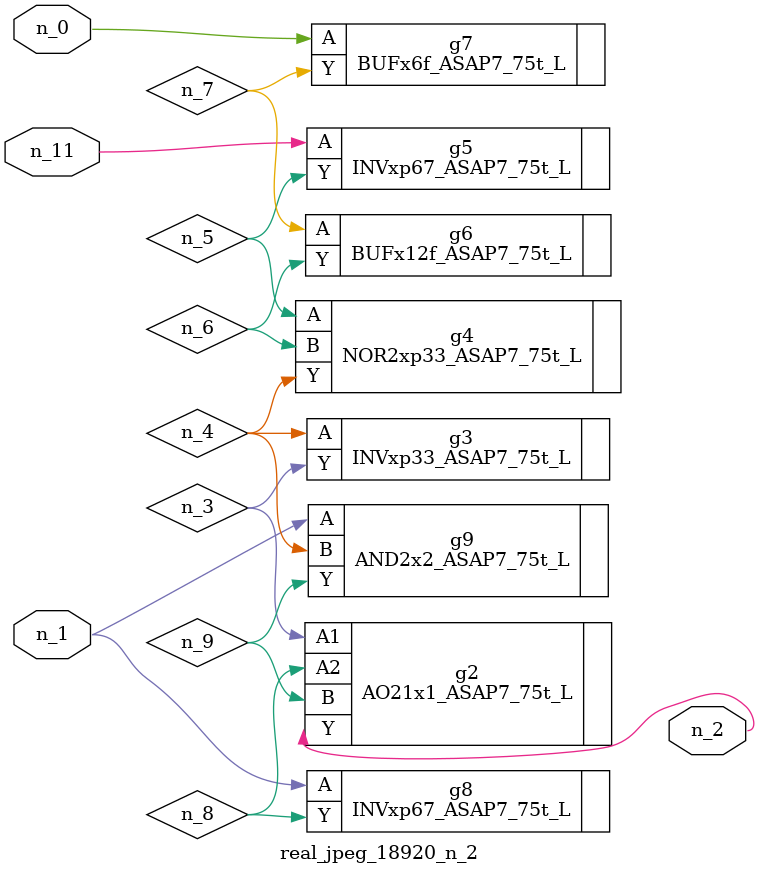
<source format=v>
module real_jpeg_18920_n_2 (n_1, n_11, n_0, n_2);

input n_1;
input n_11;
input n_0;

output n_2;

wire n_5;
wire n_8;
wire n_4;
wire n_6;
wire n_7;
wire n_3;
wire n_9;

BUFx6f_ASAP7_75t_L g7 ( 
.A(n_0),
.Y(n_7)
);

INVxp67_ASAP7_75t_L g8 ( 
.A(n_1),
.Y(n_8)
);

AND2x2_ASAP7_75t_L g9 ( 
.A(n_1),
.B(n_4),
.Y(n_9)
);

AO21x1_ASAP7_75t_L g2 ( 
.A1(n_3),
.A2(n_8),
.B(n_9),
.Y(n_2)
);

INVxp33_ASAP7_75t_L g3 ( 
.A(n_4),
.Y(n_3)
);

NOR2xp33_ASAP7_75t_L g4 ( 
.A(n_5),
.B(n_6),
.Y(n_4)
);

BUFx12f_ASAP7_75t_L g6 ( 
.A(n_7),
.Y(n_6)
);

INVxp67_ASAP7_75t_L g5 ( 
.A(n_11),
.Y(n_5)
);


endmodule
</source>
